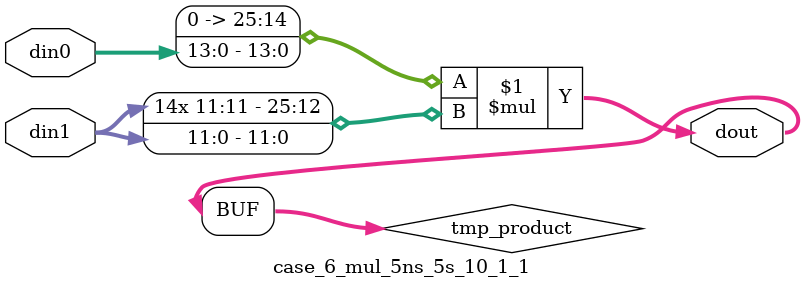
<source format=v>

`timescale 1 ns / 1 ps

 (* use_dsp = "no" *)  module case_6_mul_5ns_5s_10_1_1(din0, din1, dout);
parameter ID = 1;
parameter NUM_STAGE = 0;
parameter din0_WIDTH = 14;
parameter din1_WIDTH = 12;
parameter dout_WIDTH = 26;

input [din0_WIDTH - 1 : 0] din0; 
input [din1_WIDTH - 1 : 0] din1; 
output [dout_WIDTH - 1 : 0] dout;

wire signed [dout_WIDTH - 1 : 0] tmp_product;

























assign tmp_product = $signed({1'b0, din0}) * $signed(din1);










assign dout = tmp_product;





















endmodule

</source>
